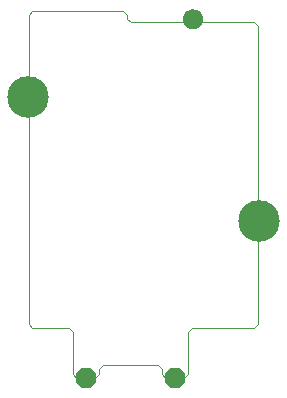
<source format=gbs>
G75*
%MOIN*%
%OFA0B0*%
%FSLAX25Y25*%
%IPPOS*%
%LPD*%
%AMOC8*
5,1,8,0,0,1.08239X$1,22.5*
%
%ADD10C,0.00000*%
%ADD11C,0.06699*%
%ADD12OC8,0.06700*%
%ADD13C,0.13849*%
D10*
X0009487Y0021612D02*
X0021674Y0021612D01*
X0022924Y0020363D01*
X0022924Y0006300D01*
X0024174Y0005050D01*
X0030424Y0005050D01*
X0031674Y0006300D01*
X0031674Y0007862D01*
X0032924Y0009113D01*
X0051362Y0009113D01*
X0052612Y0007862D01*
X0052612Y0006300D01*
X0053862Y0005050D01*
X0060112Y0005050D01*
X0061362Y0006300D01*
X0061362Y0020363D01*
X0062612Y0021612D01*
X0083549Y0021612D01*
X0084799Y0022862D01*
X0084799Y0122237D01*
X0083549Y0123487D01*
X0042299Y0123487D01*
X0041049Y0124737D01*
X0041049Y0125987D01*
X0039799Y0127237D01*
X0009487Y0127237D01*
X0008237Y0125987D01*
X0008237Y0022862D01*
X0009487Y0021612D01*
X0059774Y0124610D02*
X0059776Y0124722D01*
X0059782Y0124833D01*
X0059792Y0124945D01*
X0059806Y0125056D01*
X0059823Y0125166D01*
X0059845Y0125276D01*
X0059871Y0125385D01*
X0059900Y0125493D01*
X0059933Y0125599D01*
X0059970Y0125705D01*
X0060011Y0125809D01*
X0060056Y0125912D01*
X0060104Y0126013D01*
X0060155Y0126112D01*
X0060210Y0126209D01*
X0060269Y0126304D01*
X0060330Y0126398D01*
X0060395Y0126489D01*
X0060464Y0126577D01*
X0060535Y0126663D01*
X0060609Y0126747D01*
X0060687Y0126827D01*
X0060767Y0126905D01*
X0060850Y0126981D01*
X0060935Y0127053D01*
X0061023Y0127122D01*
X0061113Y0127188D01*
X0061206Y0127250D01*
X0061301Y0127310D01*
X0061398Y0127366D01*
X0061496Y0127418D01*
X0061597Y0127467D01*
X0061699Y0127512D01*
X0061803Y0127554D01*
X0061908Y0127592D01*
X0062015Y0127626D01*
X0062122Y0127656D01*
X0062231Y0127683D01*
X0062340Y0127705D01*
X0062451Y0127724D01*
X0062561Y0127739D01*
X0062673Y0127750D01*
X0062784Y0127757D01*
X0062896Y0127760D01*
X0063008Y0127759D01*
X0063120Y0127754D01*
X0063231Y0127745D01*
X0063342Y0127732D01*
X0063453Y0127715D01*
X0063563Y0127695D01*
X0063672Y0127670D01*
X0063780Y0127642D01*
X0063887Y0127609D01*
X0063993Y0127573D01*
X0064097Y0127533D01*
X0064200Y0127490D01*
X0064302Y0127443D01*
X0064401Y0127392D01*
X0064499Y0127338D01*
X0064595Y0127280D01*
X0064689Y0127219D01*
X0064780Y0127155D01*
X0064869Y0127088D01*
X0064956Y0127017D01*
X0065040Y0126943D01*
X0065122Y0126867D01*
X0065200Y0126787D01*
X0065276Y0126705D01*
X0065349Y0126620D01*
X0065419Y0126533D01*
X0065485Y0126443D01*
X0065549Y0126351D01*
X0065609Y0126257D01*
X0065666Y0126161D01*
X0065719Y0126062D01*
X0065769Y0125962D01*
X0065815Y0125861D01*
X0065858Y0125757D01*
X0065897Y0125652D01*
X0065932Y0125546D01*
X0065963Y0125439D01*
X0065991Y0125330D01*
X0066014Y0125221D01*
X0066034Y0125111D01*
X0066050Y0125000D01*
X0066062Y0124889D01*
X0066070Y0124778D01*
X0066074Y0124666D01*
X0066074Y0124554D01*
X0066070Y0124442D01*
X0066062Y0124331D01*
X0066050Y0124220D01*
X0066034Y0124109D01*
X0066014Y0123999D01*
X0065991Y0123890D01*
X0065963Y0123781D01*
X0065932Y0123674D01*
X0065897Y0123568D01*
X0065858Y0123463D01*
X0065815Y0123359D01*
X0065769Y0123258D01*
X0065719Y0123158D01*
X0065666Y0123059D01*
X0065609Y0122963D01*
X0065549Y0122869D01*
X0065485Y0122777D01*
X0065419Y0122687D01*
X0065349Y0122600D01*
X0065276Y0122515D01*
X0065200Y0122433D01*
X0065122Y0122353D01*
X0065040Y0122277D01*
X0064956Y0122203D01*
X0064869Y0122132D01*
X0064780Y0122065D01*
X0064689Y0122001D01*
X0064595Y0121940D01*
X0064499Y0121882D01*
X0064401Y0121828D01*
X0064302Y0121777D01*
X0064200Y0121730D01*
X0064097Y0121687D01*
X0063993Y0121647D01*
X0063887Y0121611D01*
X0063780Y0121578D01*
X0063672Y0121550D01*
X0063563Y0121525D01*
X0063453Y0121505D01*
X0063342Y0121488D01*
X0063231Y0121475D01*
X0063120Y0121466D01*
X0063008Y0121461D01*
X0062896Y0121460D01*
X0062784Y0121463D01*
X0062673Y0121470D01*
X0062561Y0121481D01*
X0062451Y0121496D01*
X0062340Y0121515D01*
X0062231Y0121537D01*
X0062122Y0121564D01*
X0062015Y0121594D01*
X0061908Y0121628D01*
X0061803Y0121666D01*
X0061699Y0121708D01*
X0061597Y0121753D01*
X0061496Y0121802D01*
X0061398Y0121854D01*
X0061301Y0121910D01*
X0061206Y0121970D01*
X0061113Y0122032D01*
X0061023Y0122098D01*
X0060935Y0122167D01*
X0060850Y0122239D01*
X0060767Y0122315D01*
X0060687Y0122393D01*
X0060609Y0122473D01*
X0060535Y0122557D01*
X0060464Y0122643D01*
X0060395Y0122731D01*
X0060330Y0122822D01*
X0060269Y0122916D01*
X0060210Y0123011D01*
X0060155Y0123108D01*
X0060104Y0123207D01*
X0060056Y0123308D01*
X0060011Y0123411D01*
X0059970Y0123515D01*
X0059933Y0123621D01*
X0059900Y0123727D01*
X0059871Y0123835D01*
X0059845Y0123944D01*
X0059823Y0124054D01*
X0059806Y0124164D01*
X0059792Y0124275D01*
X0059782Y0124387D01*
X0059776Y0124498D01*
X0059774Y0124610D01*
D11*
X0062924Y0124610D03*
D12*
X0056987Y0005050D03*
X0027299Y0005050D03*
D13*
X0085112Y0057237D03*
X0007924Y0098487D03*
M02*

</source>
